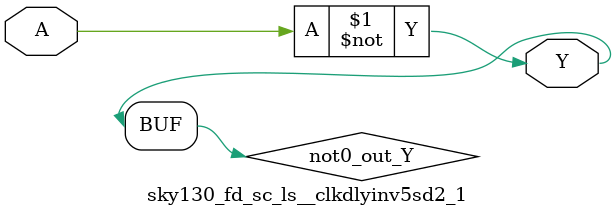
<source format=v>
/*
 * Copyright 2020 The SkyWater PDK Authors
 *
 * Licensed under the Apache License, Version 2.0 (the "License");
 * you may not use this file except in compliance with the License.
 * You may obtain a copy of the License at
 *
 *     https://www.apache.org/licenses/LICENSE-2.0
 *
 * Unless required by applicable law or agreed to in writing, software
 * distributed under the License is distributed on an "AS IS" BASIS,
 * WITHOUT WARRANTIES OR CONDITIONS OF ANY KIND, either express or implied.
 * See the License for the specific language governing permissions and
 * limitations under the License.
 *
 * SPDX-License-Identifier: Apache-2.0
*/


`ifndef SKY130_FD_SC_LS__CLKDLYINV5SD2_1_FUNCTIONAL_V
`define SKY130_FD_SC_LS__CLKDLYINV5SD2_1_FUNCTIONAL_V

/**
 * clkdlyinv5sd2: Clock Delay Inverter 5-stage 0.25um length inner
 *                stage gate.
 *
 * Verilog simulation functional model.
 */

`timescale 1ns / 1ps
`default_nettype none

`celldefine
module sky130_fd_sc_ls__clkdlyinv5sd2_1 (
    Y,
    A
);

    // Module ports
    output Y;
    input  A;

    // Local signals
    wire not0_out_Y;

    //  Name  Output      Other arguments
    not not0 (not0_out_Y, A              );
    buf buf0 (Y         , not0_out_Y     );

endmodule
`endcelldefine

`default_nettype wire
`endif  // SKY130_FD_SC_LS__CLKDLYINV5SD2_1_FUNCTIONAL_V

</source>
